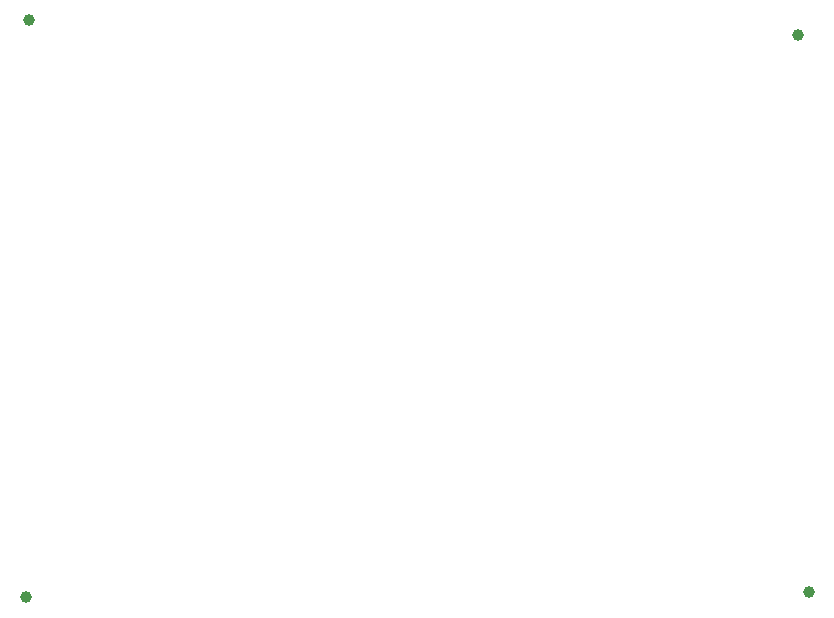
<source format=gbp>
G04*
G04 #@! TF.GenerationSoftware,Altium Limited,Altium Designer,23.8.1 (32)*
G04*
G04 Layer_Color=128*
%FSLAX44Y44*%
%MOMM*%
G71*
G04*
G04 #@! TF.SameCoordinates,5CA60E89-82B3-479B-9089-D34F769FB2F0*
G04*
G04*
G04 #@! TF.FilePolarity,Positive*
G04*
G01*
G75*
%ADD37C,1.0000*%
D37*
X804926Y34544D02*
D03*
X144526Y518160D02*
D03*
X141986Y29718D02*
D03*
X796036Y505460D02*
D03*
M02*

</source>
